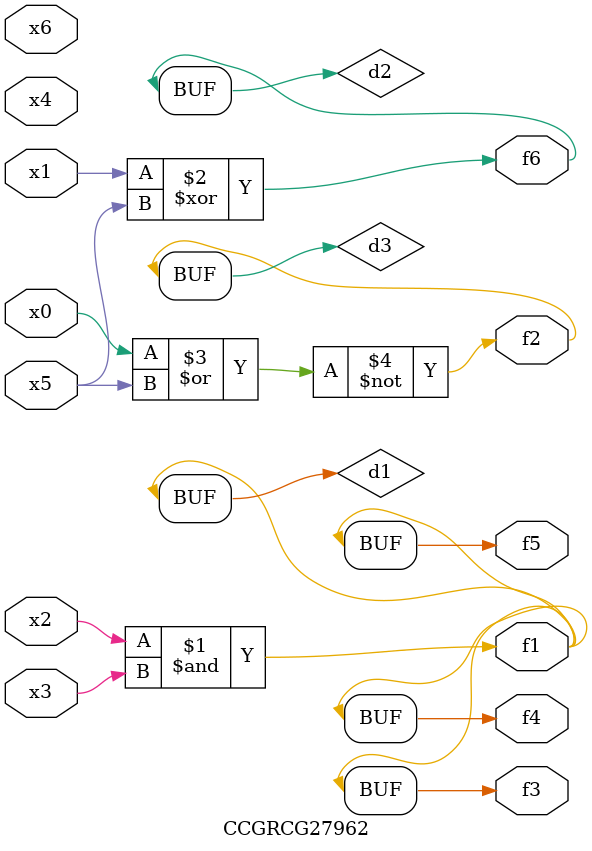
<source format=v>
module CCGRCG27962(
	input x0, x1, x2, x3, x4, x5, x6,
	output f1, f2, f3, f4, f5, f6
);

	wire d1, d2, d3;

	and (d1, x2, x3);
	xor (d2, x1, x5);
	nor (d3, x0, x5);
	assign f1 = d1;
	assign f2 = d3;
	assign f3 = d1;
	assign f4 = d1;
	assign f5 = d1;
	assign f6 = d2;
endmodule

</source>
